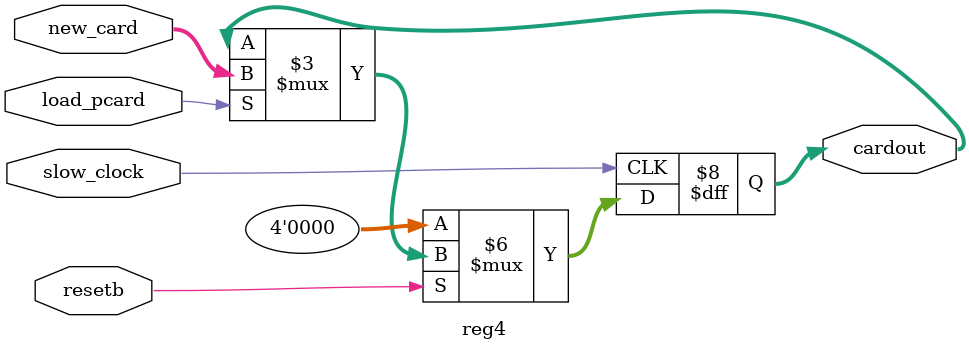
<source format=sv>
/*This module creates teh datapath for the card game and it deals the player
and dealer cards, contains them, calculates the scores for them, and displays
the cards on the HEX displays*/

module datapath(input logic slow_clock, input logic fast_clock, input logic resetb,
                input logic load_pcard1, input logic load_pcard2, input logic load_pcard3,
                input logic load_dcard1, input logic load_dcard2, input logic load_dcard3,
                output logic [3:0] pcard3_out,
                output logic [3:0] pscore_out, output logic [3:0] dscore_out,
                output logic [6:0] HEX5, output logic [6:0] HEX4, output logic [6:0] HEX3,
                output logic [6:0] HEX2, output logic [6:0] HEX1, output logic [6:0] HEX0);
						

    logic [3:0] dealcard;
    logic [3:0] pcard1_out; logic [3:0] pcard2_out;
    logic [3:0] dcard1_out; logic [3:0] dcard2_out; logic [3:0] dcard3_out;

    //dealing the card
    dealcard dealing(fast_clock, resetb, dealcard);

    //players cards
    reg4 p1(slow_clock, dealcard, resetb, pcard1_out, load_pcard1);
    reg4 p2(slow_clock, dealcard, resetb, pcard2_out, load_pcard2);
    reg4 p3(slow_clock, dealcard, resetb, pcard3_out, load_pcard3);

    //dealers cards
    reg4 d1(slow_clock, dealcard, resetb, dcard1_out, load_dcard1);
    reg4 d2(slow_clock, dealcard, resetb, dcard2_out, load_dcard2);
    reg4 d3(slow_clock, dealcard, resetb, dcard3_out, load_dcard3);

    //card display for player
    card7seg plight1(pcard1_out, HEX0);
    card7seg plight2(pcard2_out, HEX1);
    card7seg plight3(pcard3_out, HEX2);

    //card display for dealer
    card7seg dlight1(dcard1_out, HEX3);
    card7seg dlight2(dcard2_out, HEX4);
    card7seg dlight3(dcard3_out, HEX5);

    //calculating scores for player and dealer
    scorehand score_player(pcard1_out, pcard2_out, pcard3_out, pscore_out);
    scorehand score_dealer(dcard1_out, dcard2_out, dcard3_out, dscore_out);

endmodule

/*This module is a load enable D-flip-flop that stores the
new card to the output if load is enabled*/

module reg4(input logic slow_clock, input [3:0] new_card, input logic resetb, output logic [3:0] cardout, input logic load_pcard);
    always_ff @(posedge slow_clock) begin 
        if(!resetb) begin
            cardout <= 4'b0000;
        end else if(load_pcard) begin                 
            cardout <= new_card;
        end
    end

endmodule

</source>
